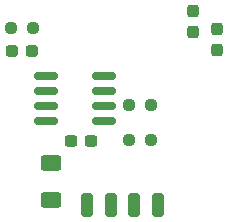
<source format=gbr>
%TF.GenerationSoftware,KiCad,Pcbnew,8.0.7*%
%TF.CreationDate,2024-12-12T10:30:31+01:00*%
%TF.ProjectId,pcb_actionneur_ventouse,7063625f-6163-4746-996f-6e6e6575725f,rev?*%
%TF.SameCoordinates,Original*%
%TF.FileFunction,Paste,Top*%
%TF.FilePolarity,Positive*%
%FSLAX46Y46*%
G04 Gerber Fmt 4.6, Leading zero omitted, Abs format (unit mm)*
G04 Created by KiCad (PCBNEW 8.0.7) date 2024-12-12 10:30:31*
%MOMM*%
%LPD*%
G01*
G04 APERTURE LIST*
G04 Aperture macros list*
%AMRoundRect*
0 Rectangle with rounded corners*
0 $1 Rounding radius*
0 $2 $3 $4 $5 $6 $7 $8 $9 X,Y pos of 4 corners*
0 Add a 4 corners polygon primitive as box body*
4,1,4,$2,$3,$4,$5,$6,$7,$8,$9,$2,$3,0*
0 Add four circle primitives for the rounded corners*
1,1,$1+$1,$2,$3*
1,1,$1+$1,$4,$5*
1,1,$1+$1,$6,$7*
1,1,$1+$1,$8,$9*
0 Add four rect primitives between the rounded corners*
20,1,$1+$1,$2,$3,$4,$5,0*
20,1,$1+$1,$4,$5,$6,$7,0*
20,1,$1+$1,$6,$7,$8,$9,0*
20,1,$1+$1,$8,$9,$2,$3,0*%
G04 Aperture macros list end*
%ADD10RoundRect,0.250000X0.625000X-0.400000X0.625000X0.400000X-0.625000X0.400000X-0.625000X-0.400000X0*%
%ADD11RoundRect,0.250000X0.250000X0.750000X-0.250000X0.750000X-0.250000X-0.750000X0.250000X-0.750000X0*%
%ADD12RoundRect,0.237500X0.300000X0.237500X-0.300000X0.237500X-0.300000X-0.237500X0.300000X-0.237500X0*%
%ADD13RoundRect,0.150000X0.825000X0.150000X-0.825000X0.150000X-0.825000X-0.150000X0.825000X-0.150000X0*%
%ADD14RoundRect,0.237500X-0.250000X-0.237500X0.250000X-0.237500X0.250000X0.237500X-0.250000X0.237500X0*%
%ADD15RoundRect,0.237500X-0.237500X0.287500X-0.237500X-0.287500X0.237500X-0.287500X0.237500X0.287500X0*%
%ADD16RoundRect,0.237500X-0.287500X-0.237500X0.287500X-0.237500X0.287500X0.237500X-0.287500X0.237500X0*%
%ADD17RoundRect,0.237500X0.250000X0.237500X-0.250000X0.237500X-0.250000X-0.237500X0.250000X-0.237500X0*%
G04 APERTURE END LIST*
D10*
%TO.C,R6*%
X146500000Y-59050000D03*
X146500000Y-55950000D03*
%TD*%
D11*
%TO.C,J9*%
X149500000Y-59500000D03*
%TD*%
%TO.C,J7*%
X153500000Y-59500000D03*
%TD*%
%TO.C,J6*%
X155500000Y-59500000D03*
%TD*%
%TO.C,J8*%
X151500000Y-59500000D03*
%TD*%
D12*
%TO.C,C1*%
X149862500Y-54095000D03*
X148137500Y-54095000D03*
%TD*%
D13*
%TO.C,U1*%
X150975000Y-52405000D03*
X150975000Y-51135000D03*
X150975000Y-49865000D03*
X150975000Y-48595000D03*
X146025000Y-48595000D03*
X146025000Y-49865000D03*
X146025000Y-51135000D03*
X146025000Y-52405000D03*
%TD*%
D14*
%TO.C,R3*%
X153087500Y-51000000D03*
X154912500Y-51000000D03*
%TD*%
D15*
%TO.C,D3*%
X158500000Y-43125000D03*
X158500000Y-44875000D03*
%TD*%
D16*
%TO.C,D1*%
X143125000Y-46500000D03*
X144875000Y-46500000D03*
%TD*%
D14*
%TO.C,R2*%
X154912500Y-54000000D03*
X153087500Y-54000000D03*
%TD*%
D15*
%TO.C,D2*%
X160500000Y-44625000D03*
X160500000Y-46375000D03*
%TD*%
D17*
%TO.C,R1*%
X144912500Y-44500000D03*
X143087500Y-44500000D03*
%TD*%
M02*

</source>
